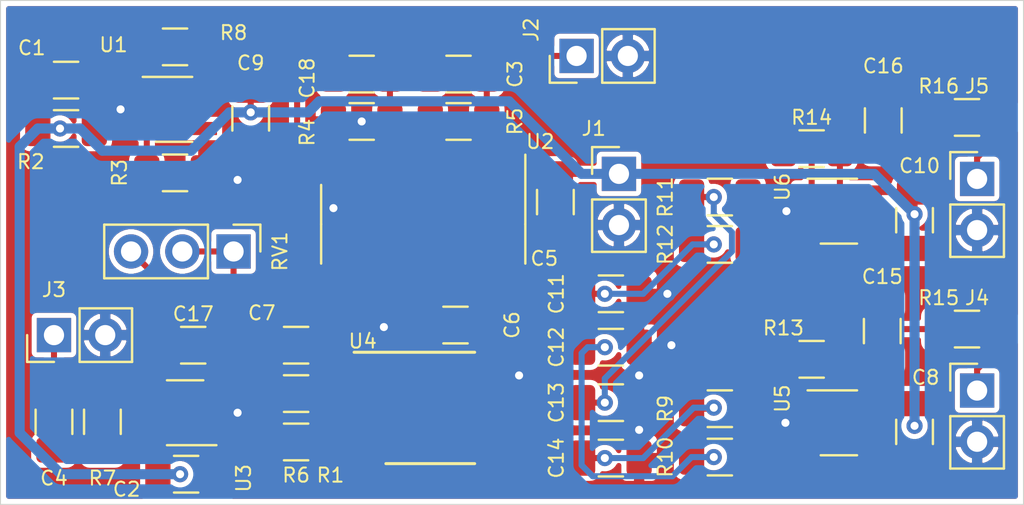
<source format=kicad_pcb>
(kicad_pcb (version 20171130) (host pcbnew 5.1.5+dfsg1-2build2)
  (layers (0 F.Cu signal) (31 B.Cu signal) (34 B.Paste user) (35 F.Paste user) (36 B.SilkS user) (37 F.SilkS user) (38 B.Mask user) (39 F.Mask user) (44 Edge.Cuts user))
  (net 0 "")
  (net 1 "Net-(C1-Pad2)")
  (net 2 GND)
  (net 3 +5V)
  (net 4 "Net-(C3-Pad2)")
  (net 5 "Net-(C3-Pad1)")
  (net 6 "Net-(C4-Pad2)")
  (net 7 "Net-(C4-Pad1)")
  (net 8 "Net-(C7-Pad2)")
  (net 9 "Net-(C11-Pad2)")
  (net 10 "Net-(C12-Pad2)")
  (net 11 "Net-(C13-Pad2)")
  (net 12 "Net-(C14-Pad2)")
  (net 13 "Net-(C15-Pad1)")
  (net 14 "Net-(C15-Pad2)")
  (net 15 "Net-(C16-Pad1)")
  (net 16 "Net-(C16-Pad2)")
  (net 17 /OUT_Q)
  (net 18 /OUT_I)
  (net 19 "Net-(R1-Pad1)")
  (net 20 Vref)
  (net 21 "Net-(R8-Pad2)")
  (net 22 "Net-(R9-Pad1)")
  (net 23 "Net-(R11-Pad1)")
  (net 24 "Net-(U2-Pad13)")
  (net 25 "Net-(U2-Pad14)")
  (net 26 "Net-(C17-Pad1)")
  (net 27 "Net-(C17-Pad2)")
  (net 28 "Net-(C18-Pad2)")
  (module Capacitor_SMD:C_1206_3216Metric (layer F.Cu) (at 45.55 32.95)
    (fp_text reference C1 (at -1.7 -1.6) (layer F.SilkS) (effects (font (size 0.7 0.7) (thickness 0.1))))
    (fp_text value 1u)
    (pad 2 smd roundrect (at 1.4 0) (size 1.25 1.75) (layers F.Cu F.Paste F.Mask) (roundrect_rratio 0.2) (net 1 "Net-(C1-Pad2)"))
    (pad 1 smd roundrect (at -1.4 0) (size 1.25 1.75) (layers F.Cu F.Paste F.Mask) (roundrect_rratio 0.2) (net 2 GND))
  )
  (module Capacitor_SMD:C_1206_3216Metric (layer F.Cu) (at 51.5 52.5 180)
    (fp_text reference C2 (at 2.95 -0.75 180) (layer F.SilkS) (effects (font (size 0.7 0.7) (thickness 0.1))))
    (fp_text value 1u)
    (pad 1 smd roundrect (at -1.4 0 180) (size 1.25 1.75) (layers F.Cu F.Paste F.Mask) (roundrect_rratio 0.2) (net 2 GND))
    (pad 2 smd roundrect (at 1.4 0 180) (size 1.25 1.75) (layers F.Cu F.Paste F.Mask) (roundrect_rratio 0.2) (net 3 +5V))
  )
  (module Capacitor_SMD:C_1206_3216Metric (layer F.Cu) (at 65 32.65 180)
    (fp_text reference C3 (at -2.8 0 90) (layer F.SilkS) (effects (font (size 0.7 0.7) (thickness 0.1))))
    (fp_text value 1u)
    (pad 2 smd roundrect (at 1.4 0 180) (size 1.25 1.75) (layers F.Cu F.Paste F.Mask) (roundrect_rratio 0.2) (net 4 "Net-(C3-Pad2)"))
    (pad 1 smd roundrect (at -1.4 0 180) (size 1.25 1.75) (layers F.Cu F.Paste F.Mask) (roundrect_rratio 0.2) (net 5 "Net-(C3-Pad1)"))
  )
  (module Capacitor_SMD:C_1206_3216Metric (layer F.Cu) (at 44.95 49.9 270)
    (fp_text reference C4 (at 2.8 0 180) (layer F.SilkS) (effects (font (size 0.7 0.7) (thickness 0.1))))
    (fp_text value 1u)
    (pad 2 smd roundrect (at 1.4 0 270) (size 1.25 1.75) (layers F.Cu F.Paste F.Mask) (roundrect_rratio 0.2) (net 6 "Net-(C4-Pad2)"))
    (pad 1 smd roundrect (at -1.4 0 270) (size 1.25 1.75) (layers F.Cu F.Paste F.Mask) (roundrect_rratio 0.2) (net 7 "Net-(C4-Pad1)"))
  )
  (module Capacitor_SMD:C_1206_3216Metric (layer F.Cu) (at 69.8 39 90)
    (fp_text reference C5 (at -2.8 -0.55 180) (layer F.SilkS) (effects (font (size 0.7 0.7) (thickness 0.1))))
    (fp_text value 1u)
    (pad 2 smd roundrect (at 1.4 0 90) (size 1.25 1.75) (layers F.Cu F.Paste F.Mask) (roundrect_rratio 0.2) (net 3 +5V))
    (pad 1 smd roundrect (at -1.4 0 90) (size 1.25 1.75) (layers F.Cu F.Paste F.Mask) (roundrect_rratio 0.2) (net 2 GND))
  )
  (module Capacitor_SMD:C_1206_3216Metric (layer F.Cu) (at 64.85 45.1)
    (fp_text reference C6 (at 2.8 0 270) (layer F.SilkS) (effects (font (size 0.7 0.7) (thickness 0.1))))
    (fp_text value 1u)
    (pad 1 smd roundrect (at -1.4 0) (size 1.25 1.75) (layers F.Cu F.Paste F.Mask) (roundrect_rratio 0.2) (net 2 GND))
    (pad 2 smd roundrect (at 1.4 0) (size 1.25 1.75) (layers F.Cu F.Paste F.Mask) (roundrect_rratio 0.2) (net 3 +5V))
  )
  (module Capacitor_SMD:C_1206_3216Metric (layer F.Cu) (at 56.95 46.1 180)
    (fp_text reference C7 (at 1.7 1.6) (layer F.SilkS) (effects (font (size 0.7 0.7) (thickness 0.1))))
    (fp_text value 1u)
    (pad 1 smd roundrect (at -1.4 0 180) (size 1.25 1.75) (layers F.Cu F.Paste F.Mask) (roundrect_rratio 0.2) (net 2 GND))
    (pad 2 smd roundrect (at 1.4 0 180) (size 1.25 1.75) (layers F.Cu F.Paste F.Mask) (roundrect_rratio 0.2) (net 8 "Net-(C7-Pad2)"))
  )
  (module Capacitor_SMD:C_1206_3216Metric (layer F.Cu) (at 87.6 50.4 90)
    (fp_text reference C8 (at 2.7 0.55 180) (layer F.SilkS) (effects (font (size 0.7 0.7) (thickness 0.1))))
    (fp_text value 1u)
    (pad 1 smd roundrect (at -1.4 0 90) (size 1.25 1.75) (layers F.Cu F.Paste F.Mask) (roundrect_rratio 0.2) (net 2 GND))
    (pad 2 smd roundrect (at 1.4 0 90) (size 1.25 1.75) (layers F.Cu F.Paste F.Mask) (roundrect_rratio 0.2) (net 3 +5V))
  )
  (module Capacitor_SMD:C_1206_3216Metric (layer F.Cu) (at 54.7 34.85 90)
    (fp_text reference C9 (at 2.75 0 180) (layer F.SilkS) (effects (font (size 0.7 0.7) (thickness 0.1))))
    (fp_text value 1u)
    (pad 2 smd roundrect (at 1.4 0 90) (size 1.25 1.75) (layers F.Cu F.Paste F.Mask) (roundrect_rratio 0.2) (net 3 +5V))
    (pad 1 smd roundrect (at -1.4 0 90) (size 1.25 1.75) (layers F.Cu F.Paste F.Mask) (roundrect_rratio 0.2) (net 2 GND))
  )
  (module Capacitor_SMD:C_1206_3216Metric (layer F.Cu) (at 87.6 39.9 90)
    (fp_text reference C10 (at 2.7 0.25 180) (layer F.SilkS) (effects (font (size 0.7 0.7) (thickness 0.1))))
    (fp_text value 1u)
    (pad 1 smd roundrect (at -1.4 0 90) (size 1.25 1.75) (layers F.Cu F.Paste F.Mask) (roundrect_rratio 0.2) (net 2 GND))
    (pad 2 smd roundrect (at 1.4 0 90) (size 1.25 1.75) (layers F.Cu F.Paste F.Mask) (roundrect_rratio 0.2) (net 3 +5V))
  )
  (module Capacitor_SMD:C_1206_3216Metric (layer F.Cu) (at 72.55 43.55 180)
    (fp_text reference C11 (at 2.7 0 90) (layer F.SilkS) (effects (font (size 0.7 0.7) (thickness 0.1))))
    (fp_text value 1u)
    (pad 1 smd roundrect (at -1.4 0 180) (size 1.25 1.75) (layers F.Cu F.Paste F.Mask) (roundrect_rratio 0.2) (net 2 GND))
    (pad 2 smd roundrect (at 1.4 0 180) (size 1.25 1.75) (layers F.Cu F.Paste F.Mask) (roundrect_rratio 0.2) (net 9 "Net-(C11-Pad2)"))
  )
  (module Capacitor_SMD:C_1206_3216Metric (layer F.Cu) (at 72.55 46.2 180)
    (fp_text reference C12 (at 2.7 0 90) (layer F.SilkS) (effects (font (size 0.7 0.7) (thickness 0.1))))
    (fp_text value 1u)
    (pad 2 smd roundrect (at 1.4 0 180) (size 1.25 1.75) (layers F.Cu F.Paste F.Mask) (roundrect_rratio 0.2) (net 10 "Net-(C12-Pad2)"))
    (pad 1 smd roundrect (at -1.4 0 180) (size 1.25 1.75) (layers F.Cu F.Paste F.Mask) (roundrect_rratio 0.2) (net 2 GND))
  )
  (module Capacitor_SMD:C_1206_3216Metric (layer F.Cu) (at 72.55 48.95 180)
    (fp_text reference C13 (at 2.7 0 90) (layer F.SilkS) (effects (font (size 0.7 0.7) (thickness 0.1))))
    (fp_text value 1u)
    (pad 2 smd roundrect (at 1.4 0 180) (size 1.25 1.75) (layers F.Cu F.Paste F.Mask) (roundrect_rratio 0.2) (net 11 "Net-(C13-Pad2)"))
    (pad 1 smd roundrect (at -1.4 0 180) (size 1.25 1.75) (layers F.Cu F.Paste F.Mask) (roundrect_rratio 0.2) (net 2 GND))
  )
  (module Capacitor_SMD:C_1206_3216Metric (layer F.Cu) (at 72.55 51.7 180)
    (fp_text reference C14 (at 2.7 0 90) (layer F.SilkS) (effects (font (size 0.7 0.7) (thickness 0.1))))
    (fp_text value 1u)
    (pad 2 smd roundrect (at 1.4 0 180) (size 1.25 1.75) (layers F.Cu F.Paste F.Mask) (roundrect_rratio 0.2) (net 12 "Net-(C14-Pad2)"))
    (pad 1 smd roundrect (at -1.4 0 180) (size 1.25 1.75) (layers F.Cu F.Paste F.Mask) (roundrect_rratio 0.2) (net 2 GND))
  )
  (module Capacitor_SMD:C_1206_3216Metric (layer F.Cu) (at 86 45.4 270)
    (fp_text reference C15 (at -2.7 0 180) (layer F.SilkS) (effects (font (size 0.7 0.7) (thickness 0.1))))
    (fp_text value 1u)
    (pad 1 smd roundrect (at -1.4 0 270) (size 1.25 1.75) (layers F.Cu F.Paste F.Mask) (roundrect_rratio 0.2) (net 13 "Net-(C15-Pad1)"))
    (pad 2 smd roundrect (at 1.4 0 270) (size 1.25 1.75) (layers F.Cu F.Paste F.Mask) (roundrect_rratio 0.2) (net 14 "Net-(C15-Pad2)"))
  )
  (module Capacitor_SMD:C_1206_3216Metric (layer F.Cu) (at 86.05 34.95 270)
    (fp_text reference C16 (at -2.7 0 180) (layer F.SilkS) (effects (font (size 0.7 0.7) (thickness 0.1))))
    (fp_text value 1u)
    (pad 1 smd roundrect (at -1.4 0 270) (size 1.25 1.75) (layers F.Cu F.Paste F.Mask) (roundrect_rratio 0.2) (net 15 "Net-(C16-Pad1)"))
    (pad 2 smd roundrect (at 1.4 0 270) (size 1.25 1.75) (layers F.Cu F.Paste F.Mask) (roundrect_rratio 0.2) (net 16 "Net-(C16-Pad2)"))
  )
  (module Connector_PinHeader_2.54mm:PinHeader_1x02_P2.54mm_Vertical (layer F.Cu) (at 72.95 37.6)
    (fp_text reference J1 (at -1.25 -2.25) (layer F.SilkS) (effects (font (size 0.7 0.7) (thickness 0.1))))
    (fp_text value Conn_01x02)
    (pad 1 thru_hole rect (at 0 0) (size 1.7 1.7) (drill 1) (layers *.Cu *.Mask) (net 3 +5V))
    (pad 2 thru_hole oval (at 0 2.54) (size 1.7 1.7) (drill 1) (layers *.Cu *.Mask) (net 2 GND))
  )
  (module Connector_PinHeader_2.54mm:PinHeader_1x02_P2.54mm_Vertical (layer F.Cu) (at 70.85 31.75 90)
    (fp_text reference J2 (at 1.3 -2.25 90) (layer F.SilkS) (effects (font (size 0.7 0.7) (thickness 0.1))))
    (fp_text value Conn_01x02)
    (pad 2 thru_hole oval (at 0 2.54 90) (size 1.7 1.7) (drill 1) (layers *.Cu *.Mask) (net 2 GND))
    (pad 1 thru_hole rect (at 0 0 90) (size 1.7 1.7) (drill 1) (layers *.Cu *.Mask) (net 4 "Net-(C3-Pad2)"))
  )
  (module Connector_PinHeader_2.54mm:PinHeader_1x02_P2.54mm_Vertical (layer F.Cu) (at 44.95 45.6 90)
    (fp_text reference J3 (at 2.25 0 180) (layer F.SilkS) (effects (font (size 0.7 0.7) (thickness 0.1))))
    (fp_text value Conn_01x02)
    (pad 1 thru_hole rect (at 0 0 90) (size 1.7 1.7) (drill 1) (layers *.Cu *.Mask) (net 7 "Net-(C4-Pad1)"))
    (pad 2 thru_hole oval (at 0 2.54 90) (size 1.7 1.7) (drill 1) (layers *.Cu *.Mask) (net 2 GND))
  )
  (module Connector_PinHeader_2.54mm:PinHeader_1x02_P2.54mm_Vertical (layer F.Cu) (at 90.7 48.35)
    (fp_text reference J4 (at 0 -4.6) (layer F.SilkS) (effects (font (size 0.7 0.7) (thickness 0.1))))
    (fp_text value Conn_01x02)
    (pad 2 thru_hole oval (at 0 2.54) (size 1.7 1.7) (drill 1) (layers *.Cu *.Mask) (net 2 GND))
    (pad 1 thru_hole rect (at 0 0) (size 1.7 1.7) (drill 1) (layers *.Cu *.Mask) (net 17 /OUT_Q))
  )
  (module Connector_PinHeader_2.54mm:PinHeader_1x02_P2.54mm_Vertical (layer F.Cu) (at 90.7 37.85)
    (fp_text reference J5 (at 0 -4.6) (layer F.SilkS) (effects (font (size 0.7 0.7) (thickness 0.1))))
    (fp_text value Conn_01x02)
    (pad 1 thru_hole rect (at 0 0) (size 1.7 1.7) (drill 1) (layers *.Cu *.Mask) (net 18 /OUT_I))
    (pad 2 thru_hole oval (at 0 2.54) (size 1.7 1.7) (drill 1) (layers *.Cu *.Mask) (net 2 GND))
  )
  (module Resistor_SMD:R_1206_3216Metric (layer F.Cu) (at 56.95 50.9 180)
    (fp_text reference R1 (at -1.7 -1.65) (layer F.SilkS) (effects (font (size 0.7 0.7) (thickness 0.1))))
    (fp_text value 1k)
    (pad 2 smd roundrect (at 1.4 0 180) (size 1.25 1.75) (layers F.Cu F.Paste F.Mask) (roundrect_rratio 0.2) (net 27 "Net-(C17-Pad2)"))
    (pad 1 smd roundrect (at -1.4 0 180) (size 1.25 1.75) (layers F.Cu F.Paste F.Mask) (roundrect_rratio 0.2) (net 19 "Net-(R1-Pad1)"))
  )
  (module Resistor_SMD:R_1206_3216Metric (layer F.Cu) (at 45.55 35.35 180)
    (fp_text reference R2 (at 1.75 -1.65) (layer F.SilkS) (effects (font (size 0.7 0.7) (thickness 0.1))))
    (fp_text value 10k)
    (pad 1 smd roundrect (at -1.4 0 180) (size 1.25 1.75) (layers F.Cu F.Paste F.Mask) (roundrect_rratio 0.2) (net 1 "Net-(C1-Pad2)"))
    (pad 2 smd roundrect (at 1.4 0 180) (size 1.25 1.75) (layers F.Cu F.Paste F.Mask) (roundrect_rratio 0.2) (net 3 +5V))
  )
  (module Resistor_SMD:R_1206_3216Metric (layer F.Cu) (at 50.95 37.55 180)
    (fp_text reference R3 (at 2.75 0 90) (layer F.SilkS) (effects (font (size 0.7 0.7) (thickness 0.1))))
    (fp_text value 10k)
    (pad 2 smd roundrect (at 1.4 0 180) (size 1.25 1.75) (layers F.Cu F.Paste F.Mask) (roundrect_rratio 0.2) (net 1 "Net-(C1-Pad2)"))
    (pad 1 smd roundrect (at -1.4 0 180) (size 1.25 1.75) (layers F.Cu F.Paste F.Mask) (roundrect_rratio 0.2) (net 2 GND))
  )
  (module Resistor_SMD:R_1206_3216Metric (layer F.Cu) (at 60.2 32.65 180)
    (fp_text reference R4 (at 2.7 -2.9 90) (layer F.SilkS) (effects (font (size 0.7 0.7) (thickness 0.1))))
    (fp_text value 100)
    (pad 2 smd roundrect (at 1.4 0 180) (size 1.25 1.75) (layers F.Cu F.Paste F.Mask) (roundrect_rratio 0.2) (net 20 Vref))
    (pad 1 smd roundrect (at -1.4 0 180) (size 1.25 1.75) (layers F.Cu F.Paste F.Mask) (roundrect_rratio 0.2) (net 28 "Net-(C18-Pad2)"))
  )
  (module Resistor_SMD:R_1206_3216Metric (layer F.Cu) (at 65 35 180)
    (fp_text reference R5 (at -2.8 0 90) (layer F.SilkS) (effects (font (size 0.7 0.7) (thickness 0.1))))
    (fp_text value 10k)
    (pad 1 smd roundrect (at -1.4 0 180) (size 1.25 1.75) (layers F.Cu F.Paste F.Mask) (roundrect_rratio 0.2) (net 5 "Net-(C3-Pad1)"))
    (pad 2 smd roundrect (at 1.4 0 180) (size 1.25 1.75) (layers F.Cu F.Paste F.Mask) (roundrect_rratio 0.2) (net 28 "Net-(C18-Pad2)"))
  )
  (module Resistor_SMD:R_1206_3216Metric (layer F.Cu) (at 56.95 48.5)
    (fp_text reference R6 (at 0 4.05 180) (layer F.SilkS) (effects (font (size 0.7 0.7) (thickness 0.1))))
    (fp_text value 100)
    (pad 2 smd roundrect (at 1.4 0) (size 1.25 1.75) (layers F.Cu F.Paste F.Mask) (roundrect_rratio 0.2) (net 20 Vref))
    (pad 1 smd roundrect (at -1.4 0) (size 1.25 1.75) (layers F.Cu F.Paste F.Mask) (roundrect_rratio 0.2) (net 8 "Net-(C7-Pad2)"))
  )
  (module Resistor_SMD:R_1206_3216Metric (layer F.Cu) (at 47.35 49.9 270)
    (fp_text reference R7 (at 2.8 0 180) (layer F.SilkS) (effects (font (size 0.7 0.7) (thickness 0.1))))
    (fp_text value 1k)
    (pad 1 smd roundrect (at -1.4 0 270) (size 1.25 1.75) (layers F.Cu F.Paste F.Mask) (roundrect_rratio 0.2) (net 26 "Net-(C17-Pad1)"))
    (pad 2 smd roundrect (at 1.4 0 270) (size 1.25 1.75) (layers F.Cu F.Paste F.Mask) (roundrect_rratio 0.2) (net 6 "Net-(C4-Pad2)"))
  )
  (module Resistor_SMD:R_1206_3216Metric (layer F.Cu) (at 50.95 31.3 180)
    (fp_text reference R8 (at -2.9 0.7) (layer F.SilkS) (effects (font (size 0.7 0.7) (thickness 0.1))))
    (fp_text value 100)
    (pad 1 smd roundrect (at -1.4 0 180) (size 1.25 1.75) (layers F.Cu F.Paste F.Mask) (roundrect_rratio 0.2) (net 20 Vref))
    (pad 2 smd roundrect (at 1.4 0 180) (size 1.25 1.75) (layers F.Cu F.Paste F.Mask) (roundrect_rratio 0.2) (net 21 "Net-(R8-Pad2)"))
  )
  (module Resistor_SMD:R_1206_3216Metric (layer F.Cu) (at 77.95 49.25 180)
    (fp_text reference R9 (at 2.7 0 90) (layer F.SilkS) (effects (font (size 0.7 0.7) (thickness 0.1))))
    (fp_text value 10k)
    (pad 1 smd roundrect (at -1.4 0 180) (size 1.25 1.75) (layers F.Cu F.Paste F.Mask) (roundrect_rratio 0.2) (net 22 "Net-(R9-Pad1)"))
    (pad 2 smd roundrect (at 1.4 0 180) (size 1.25 1.75) (layers F.Cu F.Paste F.Mask) (roundrect_rratio 0.2) (net 12 "Net-(C14-Pad2)"))
  )
  (module Resistor_SMD:R_1206_3216Metric (layer F.Cu) (at 77.95 51.65)
    (fp_text reference R10 (at -2.7 0 90) (layer F.SilkS) (effects (font (size 0.7 0.7) (thickness 0.1))))
    (fp_text value 10k)
    (pad 2 smd roundrect (at 1.4 0) (size 1.25 1.75) (layers F.Cu F.Paste F.Mask) (roundrect_rratio 0.2) (net 14 "Net-(C15-Pad2)"))
    (pad 1 smd roundrect (at -1.4 0) (size 1.25 1.75) (layers F.Cu F.Paste F.Mask) (roundrect_rratio 0.2) (net 10 "Net-(C12-Pad2)"))
  )
  (module Resistor_SMD:R_1206_3216Metric (layer F.Cu) (at 77.95 38.75 180)
    (fp_text reference R11 (at 2.7 0 90) (layer F.SilkS) (effects (font (size 0.7 0.7) (thickness 0.1))))
    (fp_text value 10k)
    (pad 2 smd roundrect (at 1.4 0 180) (size 1.25 1.75) (layers F.Cu F.Paste F.Mask) (roundrect_rratio 0.2) (net 11 "Net-(C13-Pad2)"))
    (pad 1 smd roundrect (at -1.4 0 180) (size 1.25 1.75) (layers F.Cu F.Paste F.Mask) (roundrect_rratio 0.2) (net 23 "Net-(R11-Pad1)"))
  )
  (module Resistor_SMD:R_1206_3216Metric (layer F.Cu) (at 77.95 41.1)
    (fp_text reference R12 (at -2.7 0 90) (layer F.SilkS) (effects (font (size 0.7 0.7) (thickness 0.1))))
    (fp_text value 10k)
    (pad 1 smd roundrect (at -1.4 0) (size 1.25 1.75) (layers F.Cu F.Paste F.Mask) (roundrect_rratio 0.2) (net 9 "Net-(C11-Pad2)"))
    (pad 2 smd roundrect (at 1.4 0) (size 1.25 1.75) (layers F.Cu F.Paste F.Mask) (roundrect_rratio 0.2) (net 16 "Net-(C16-Pad2)"))
  )
  (module Resistor_SMD:R_1206_3216Metric (layer F.Cu) (at 82.5 46.8 180)
    (fp_text reference R13 (at 1.4 1.55) (layer F.SilkS) (effects (font (size 0.7 0.7) (thickness 0.1))))
    (fp_text value 10k)
    (pad 1 smd roundrect (at -1.4 0 180) (size 1.25 1.75) (layers F.Cu F.Paste F.Mask) (roundrect_rratio 0.2) (net 14 "Net-(C15-Pad2)"))
    (pad 2 smd roundrect (at 1.4 0 180) (size 1.25 1.75) (layers F.Cu F.Paste F.Mask) (roundrect_rratio 0.2) (net 13 "Net-(C15-Pad1)"))
  )
  (module Resistor_SMD:R_1206_3216Metric (layer F.Cu) (at 82.5 36.35 180)
    (fp_text reference R14 (at 0 1.55) (layer F.SilkS) (effects (font (size 0.7 0.7) (thickness 0.1))))
    (fp_text value 10k)
    (pad 1 smd roundrect (at -1.4 0 180) (size 1.25 1.75) (layers F.Cu F.Paste F.Mask) (roundrect_rratio 0.2) (net 16 "Net-(C16-Pad2)"))
    (pad 2 smd roundrect (at 1.4 0 180) (size 1.25 1.75) (layers F.Cu F.Paste F.Mask) (roundrect_rratio 0.2) (net 15 "Net-(C16-Pad1)"))
  )
  (module Resistor_SMD:R_1206_3216Metric (layer F.Cu) (at 90.2 45.3 180)
    (fp_text reference R15 (at 1.4 1.55) (layer F.SilkS) (effects (font (size 0.7 0.7) (thickness 0.1))))
    (fp_text value 1k)
    (pad 2 smd roundrect (at 1.4 0 180) (size 1.25 1.75) (layers F.Cu F.Paste F.Mask) (roundrect_rratio 0.2) (net 13 "Net-(C15-Pad1)"))
    (pad 1 smd roundrect (at -1.4 0 180) (size 1.25 1.75) (layers F.Cu F.Paste F.Mask) (roundrect_rratio 0.2) (net 17 /OUT_Q))
  )
  (module Resistor_SMD:R_1206_3216Metric (layer F.Cu) (at 90.2 34.8 180)
    (fp_text reference R16 (at 1.4 1.55) (layer F.SilkS) (effects (font (size 0.7 0.7) (thickness 0.1))))
    (fp_text value 1k)
    (pad 2 smd roundrect (at 1.4 0 180) (size 1.25 1.75) (layers F.Cu F.Paste F.Mask) (roundrect_rratio 0.2) (net 15 "Net-(C16-Pad1)"))
    (pad 1 smd roundrect (at -1.4 0 180) (size 1.25 1.75) (layers F.Cu F.Paste F.Mask) (roundrect_rratio 0.2) (net 18 /OUT_I))
  )
  (module Connector_PinHeader_2.54mm:PinHeader_1x03_P2.54mm_Vertical (layer F.Cu) (at 53.85 41.45 270)
    (fp_text reference RV1 (at 0 -2.3 90) (layer F.SilkS) (effects (font (size 0.7 0.7) (thickness 0.1))))
    (fp_text value 100k)
    (pad 1 thru_hole rect (at 0 0 270) (size 1.7 1.7) (drill 1) (layers *.Cu *.Mask) (net 27 "Net-(C17-Pad2)"))
    (pad 2 thru_hole oval (at 0 2.54 270) (size 1.7 1.7) (drill 1) (layers *.Cu *.Mask) (net 27 "Net-(C17-Pad2)"))
    (pad 3 thru_hole oval (at 0 5.08 270) (size 1.7 1.7) (drill 1) (layers *.Cu *.Mask) (net 26 "Net-(C17-Pad1)"))
  )
  (module Package_TO_SOT_SMD:SOT-23-5_HandSoldering (layer F.Cu) (at 50.9 34.4)
    (fp_text reference U1 (at -3 -3.2) (layer F.SilkS) (effects (font (size 0.7 0.7) (thickness 0.1))))
    (fp_text value MCP6476UT-E_OT)
    (pad 5 smd rect (at 1.35 -0.95) (size 1.56 0.65) (layers F.Cu F.Paste F.Mask) (net 3 +5V))
    (pad 4 smd rect (at 1.35 0.95) (size 1.56 0.65) (layers F.Cu F.Paste F.Mask) (net 21 "Net-(R8-Pad2)"))
    (pad 3 smd rect (at -1.35 0.95) (size 1.56 0.65) (layers F.Cu F.Paste F.Mask) (net 1 "Net-(C1-Pad2)"))
    (pad 2 smd rect (at -1.35 0) (size 1.56 0.65) (layers F.Cu F.Paste F.Mask) (net 2 GND))
    (pad 1 smd rect (at -1.35 -0.95) (size 1.56 0.65) (layers F.Cu F.Paste F.Mask) (net 21 "Net-(R8-Pad2)"))
  )
  (module Package_SO:SOIC-16_3.9x9.9mm_P1.27mm (layer F.Cu) (at 63.25 40.1 270)
    (fp_text reference U2 (at -4.1 -5.8 180) (layer F.SilkS) (effects (font (size 0.7 0.7) (thickness 0.1))))
    (fp_text value 74LS163)
    (pad 1 smd roundrect (at -2.475 -4.445 270) (size 1.95 0.6) (layers F.Cu F.Paste F.Mask) (net 3 +5V))
    (pad 2 smd roundrect (at -2.475 -3.175 270) (size 1.95 0.6) (layers F.Cu F.Paste F.Mask) (net 5 "Net-(C3-Pad1)"))
    (pad 3 smd roundrect (at -2.475 -1.905 270) (size 1.95 0.6) (layers F.Cu F.Paste F.Mask) (net 3 +5V))
    (pad 4 smd roundrect (at -2.475 -0.635 270) (size 1.95 0.6) (layers F.Cu F.Paste F.Mask) (net 3 +5V))
    (pad 5 smd roundrect (at -2.475 0.635 270) (size 1.95 0.6) (layers F.Cu F.Paste F.Mask) (net 3 +5V))
    (pad 6 smd roundrect (at -2.475 1.905 270) (size 1.95 0.6) (layers F.Cu F.Paste F.Mask) (net 3 +5V))
    (pad 7 smd roundrect (at -2.475 3.175 270) (size 1.95 0.6) (layers F.Cu F.Paste F.Mask) (net 3 +5V))
    (pad 8 smd roundrect (at -2.475 4.445 270) (size 1.95 0.6) (layers F.Cu F.Paste F.Mask) (net 2 GND))
    (pad 9 smd roundrect (at 2.475 4.445 270) (size 1.95 0.6) (layers F.Cu F.Paste F.Mask) (net 3 +5V))
    (pad 10 smd roundrect (at 2.475 3.175 270) (size 1.95 0.6) (layers F.Cu F.Paste F.Mask) (net 3 +5V))
    (pad 11 smd roundrect (at 2.475 1.905 270) (size 1.95 0.6) (layers F.Cu F.Paste F.Mask))
    (pad 12 smd roundrect (at 2.475 0.635 270) (size 1.95 0.6) (layers F.Cu F.Paste F.Mask))
    (pad 13 smd roundrect (at 2.475 -0.635 270) (size 1.95 0.6) (layers F.Cu F.Paste F.Mask) (net 24 "Net-(U2-Pad13)"))
    (pad 14 smd roundrect (at 2.475 -1.905 270) (size 1.95 0.6) (layers F.Cu F.Paste F.Mask) (net 25 "Net-(U2-Pad14)"))
    (pad 15 smd roundrect (at 2.475 -3.175 270) (size 1.95 0.6) (layers F.Cu F.Paste F.Mask))
    (pad 16 smd roundrect (at 2.475 -4.445 270) (size 1.95 0.6) (layers F.Cu F.Paste F.Mask) (net 3 +5V))
  )
  (module Package_TO_SOT_SMD:SOT-23-5_HandSoldering (layer F.Cu) (at 51.45 49.45 180)
    (fp_text reference U3 (at -2.9 -3.25 90) (layer F.SilkS) (effects (font (size 0.7 0.7) (thickness 0.1))))
    (fp_text value MCP6476UT-E_OT)
    (pad 1 smd rect (at -1.35 -0.95 180) (size 1.56 0.65) (layers F.Cu F.Paste F.Mask) (net 27 "Net-(C17-Pad2)"))
    (pad 2 smd rect (at -1.35 0 180) (size 1.56 0.65) (layers F.Cu F.Paste F.Mask) (net 2 GND))
    (pad 3 smd rect (at -1.35 0.95 180) (size 1.56 0.65) (layers F.Cu F.Paste F.Mask) (net 8 "Net-(C7-Pad2)"))
    (pad 4 smd rect (at 1.35 0.95 180) (size 1.56 0.65) (layers F.Cu F.Paste F.Mask) (net 26 "Net-(C17-Pad1)"))
    (pad 5 smd rect (at 1.35 -0.95 180) (size 1.56 0.65) (layers F.Cu F.Paste F.Mask) (net 3 +5V))
  )
  (module Package_SO:TSSOP-16_4.4x5mm_P0.65mm (layer F.Cu) (at 63.6 49.25)
    (fp_text reference U4 (at -3.35 -3.35) (layer F.SilkS) (effects (font (size 0.7 0.7) (thickness 0.1))))
    (fp_text value SN74CBT3253)
    (pad 1 smd rect (at -2.95 -2.275) (size 1.5 0.45) (layers F.Cu F.Paste F.Mask) (net 2 GND))
    (pad 2 smd rect (at -2.95 -1.625) (size 1.5 0.45) (layers F.Cu F.Paste F.Mask) (net 24 "Net-(U2-Pad13)"))
    (pad 3 smd rect (at -2.95 -0.975) (size 1.5 0.45) (layers F.Cu F.Paste F.Mask) (net 9 "Net-(C11-Pad2)"))
    (pad 4 smd rect (at -2.95 -0.325) (size 1.5 0.45) (layers F.Cu F.Paste F.Mask) (net 10 "Net-(C12-Pad2)"))
    (pad 5 smd rect (at -2.95 0.325) (size 1.5 0.45) (layers F.Cu F.Paste F.Mask) (net 11 "Net-(C13-Pad2)"))
    (pad 6 smd rect (at -2.95 0.975) (size 1.5 0.45) (layers F.Cu F.Paste F.Mask) (net 12 "Net-(C14-Pad2)"))
    (pad 7 smd rect (at -2.95 1.625) (size 1.5 0.45) (layers F.Cu F.Paste F.Mask) (net 19 "Net-(R1-Pad1)"))
    (pad 8 smd rect (at -2.95 2.275) (size 1.5 0.45) (layers F.Cu F.Paste F.Mask) (net 2 GND))
    (pad 9 smd rect (at 2.95 2.275) (size 1.5 0.45) (layers F.Cu F.Paste F.Mask) (net 19 "Net-(R1-Pad1)"))
    (pad 10 smd rect (at 2.95 1.625) (size 1.5 0.45) (layers F.Cu F.Paste F.Mask) (net 12 "Net-(C14-Pad2)"))
    (pad 11 smd rect (at 2.95 0.975) (size 1.5 0.45) (layers F.Cu F.Paste F.Mask) (net 11 "Net-(C13-Pad2)"))
    (pad 12 smd rect (at 2.95 0.325) (size 1.5 0.45) (layers F.Cu F.Paste F.Mask) (net 10 "Net-(C12-Pad2)"))
    (pad 13 smd rect (at 2.95 -0.325) (size 1.5 0.45) (layers F.Cu F.Paste F.Mask) (net 9 "Net-(C11-Pad2)"))
    (pad 14 smd rect (at 2.95 -0.975) (size 1.5 0.45) (layers F.Cu F.Paste F.Mask) (net 25 "Net-(U2-Pad14)"))
    (pad 15 smd rect (at 2.95 -1.625) (size 1.5 0.45) (layers F.Cu F.Paste F.Mask) (net 2 GND))
    (pad 16 smd rect (at 2.95 -2.275) (size 1.5 0.45) (layers F.Cu F.Paste F.Mask) (net 3 +5V))
  )
  (module Package_TO_SOT_SMD:SOT-23-5_HandSoldering (layer F.Cu) (at 83.85 49.95)
    (fp_text reference U5 (at -2.8 -1.2 90) (layer F.SilkS) (effects (font (size 0.7 0.7) (thickness 0.1))))
    (fp_text value MCP6476UT-E_OT)
    (pad 5 smd rect (at 1.35 -0.95) (size 1.56 0.65) (layers F.Cu F.Paste F.Mask) (net 3 +5V))
    (pad 4 smd rect (at 1.35 0.95) (size 1.56 0.65) (layers F.Cu F.Paste F.Mask) (net 14 "Net-(C15-Pad2)"))
    (pad 3 smd rect (at -1.35 0.95) (size 1.56 0.65) (layers F.Cu F.Paste F.Mask) (net 22 "Net-(R9-Pad1)"))
    (pad 2 smd rect (at -1.35 0) (size 1.56 0.65) (layers F.Cu F.Paste F.Mask) (net 2 GND))
    (pad 1 smd rect (at -1.35 -0.95) (size 1.56 0.65) (layers F.Cu F.Paste F.Mask) (net 13 "Net-(C15-Pad1)"))
  )
  (module Package_TO_SOT_SMD:SOT-23-5_HandSoldering (layer F.Cu) (at 83.85 39.45)
    (fp_text reference U6 (at -2.8 -1.2 90) (layer F.SilkS) (effects (font (size 0.7 0.7) (thickness 0.1))))
    (fp_text value MCP6476UT-E_OT)
    (pad 1 smd rect (at -1.35 -0.95) (size 1.56 0.65) (layers F.Cu F.Paste F.Mask) (net 15 "Net-(C16-Pad1)"))
    (pad 2 smd rect (at -1.35 0) (size 1.56 0.65) (layers F.Cu F.Paste F.Mask) (net 2 GND))
    (pad 3 smd rect (at -1.35 0.95) (size 1.56 0.65) (layers F.Cu F.Paste F.Mask) (net 23 "Net-(R11-Pad1)"))
    (pad 4 smd rect (at 1.35 0.95) (size 1.56 0.65) (layers F.Cu F.Paste F.Mask) (net 16 "Net-(C16-Pad2)"))
    (pad 5 smd rect (at 1.35 -0.95) (size 1.56 0.65) (layers F.Cu F.Paste F.Mask) (net 3 +5V))
  )
  (module Capacitor_SMD:C_1206_3216Metric (layer F.Cu) (at 51.85 46.1)
    (fp_text reference C17 (at 0 -1.55) (layer F.SilkS) (effects (font (size 0.7 0.7) (thickness 0.1))))
    (fp_text value 1u)
    (pad 1 smd roundrect (at -1.4 0) (size 1.25 1.75) (layers F.Cu F.Paste F.Mask) (roundrect_rratio 0.2) (net 26 "Net-(C17-Pad1)"))
    (pad 2 smd roundrect (at 1.4 0) (size 1.25 1.75) (layers F.Cu F.Paste F.Mask) (roundrect_rratio 0.2) (net 27 "Net-(C17-Pad2)"))
  )
  (module Capacitor_SMD:C_1206_3216Metric (layer F.Cu) (at 60.2 35)
    (fp_text reference C18 (at -2.7 -2.15 90) (layer F.SilkS) (effects (font (size 0.7 0.7) (thickness 0.1))))
    (fp_text value 1u)
    (pad 1 smd roundrect (at -1.4 0) (size 1.25 1.75) (layers F.Cu F.Paste F.Mask) (roundrect_rratio 0.2) (net 2 GND))
    (pad 2 smd roundrect (at 1.4 0) (size 1.25 1.75) (layers F.Cu F.Paste F.Mask) (roundrect_rratio 0.2) (net 28 "Net-(C18-Pad2)"))
  )
  (gr_line (start 93 29) (end 42.3 29) (layer Edge.Cuts) (width 0.05))
  (gr_line (start 93 54) (end 93 29) (layer Edge.Cuts) (width 0.05))
  (gr_line (start 42.3 54) (end 93 54) (layer Edge.Cuts) (width 0.05))
  (gr_line (start 42.3 29) (end 42.3 54) (layer Edge.Cuts) (width 0.05))
  (segment (start 49.55 37.55) (end 49.55 35.35) (width 0.3) (layer F.Cu) (net 1))
  (segment (start 49.55 35.35) (end 46.95 35.35) (width 0.3) (layer F.Cu) (net 1))
  (segment (start 46.95 32.95) (end 46.95 35.35) (width 0.3) (layer F.Cu) (net 1))
  (via (at 54.05 49.45) (size 0.8) (drill 0.4) (layers F.Cu B.Cu) (net 2))
  (segment (start 52.8 49.45) (end 54.05 49.45) (width 0.3) (layer F.Cu) (net 2))
  (via (at 68 47.6) (size 0.8) (drill 0.4) (layers F.Cu B.Cu) (net 2))
  (segment (start 67.975 47.625) (end 68 47.6) (width 0.3) (layer F.Cu) (net 2))
  (segment (start 66.55 47.625) (end 67.975 47.625) (width 0.3) (layer F.Cu) (net 2))
  (via (at 48.25 34.4) (size 0.8) (drill 0.4) (layers F.Cu B.Cu) (net 2))
  (segment (start 49.55 34.4) (end 48.25 34.4) (width 0.3) (layer F.Cu) (net 2))
  (via (at 81.2 49.95) (size 0.8) (drill 0.4) (layers F.Cu B.Cu) (net 2))
  (segment (start 82.5 49.95) (end 81.2 49.95) (width 0.3) (layer F.Cu) (net 2))
  (via (at 81.25 39.45) (size 0.8) (drill 0.4) (layers F.Cu B.Cu) (net 2))
  (segment (start 82.5 39.45) (end 81.25 39.45) (width 0.3) (layer F.Cu) (net 2))
  (via (at 75.55 46.1) (size 0.8) (drill 0.4) (layers F.Cu B.Cu) (net 2))
  (via (at 75.35 43.55) (size 0.8) (drill 0.4) (layers F.Cu B.Cu) (net 2))
  (via (at 73.95 47.6) (size 0.8) (drill 0.4) (layers F.Cu B.Cu) (net 2))
  (via (at 73.95 50.3) (size 0.8) (drill 0.4) (layers F.Cu B.Cu) (net 2))
  (via (at 60.2 35) (size 0.8) (drill 0.4) (layers F.Cu B.Cu) (net 2))
  (via (at 58.8 39.3) (size 0.8) (drill 0.4) (layers F.Cu B.Cu) (net 2))
  (via (at 61.3 45.2) (size 0.8) (drill 0.4) (layers F.Cu B.Cu) (net 2))
  (via (at 54.05 37.9) (size 0.8) (drill 0.4) (layers F.Cu B.Cu) (net 2))
  (segment (start 50.1 50.4) (end 50.1 52.5) (width 0.3) (layer F.Cu) (net 3))
  (segment (start 60.075 37.625) (end 65.155 37.625) (width 0.3) (layer F.Cu) (net 3))
  (segment (start 52.25 33.45) (end 54.7 33.45) (width 0.3) (layer F.Cu) (net 3))
  (segment (start 58.805 42.575) (end 60.075 42.575) (width 0.3) (layer F.Cu) (net 3))
  (segment (start 65.155 37.625) (end 65.155 39.005) (width 0.3) (layer F.Cu) (net 3))
  (segment (start 65.5 39.35) (end 67.7 39.35) (width 0.3) (layer F.Cu) (net 3))
  (segment (start 65.155 39.005) (end 65.5 39.35) (width 0.3) (layer F.Cu) (net 3))
  (segment (start 67.7 39.35) (end 67.695 37.625) (width 0.3) (layer F.Cu) (net 3))
  (segment (start 67.695 42.575) (end 67.7 39.35) (width 0.3) (layer F.Cu) (net 3))
  (segment (start 69.775 37.625) (end 69.8 37.6) (width 0.3) (layer F.Cu) (net 3))
  (segment (start 67.695 37.625) (end 69.775 37.625) (width 0.3) (layer F.Cu) (net 3))
  (segment (start 60.075 42.575) (end 60.075 37.625) (width 0.3) (layer F.Cu) (net 3))
  (segment (start 67.695 42.575) (end 67.695 44.805) (width 0.3) (layer F.Cu) (net 3))
  (segment (start 67.4 45.1) (end 66.25 45.1) (width 0.3) (layer F.Cu) (net 3))
  (segment (start 67.695 44.805) (end 67.4 45.1) (width 0.3) (layer F.Cu) (net 3))
  (segment (start 66.55 46.975) (end 66.55 46.6) (width 0.3) (layer F.Cu) (net 3))
  (segment (start 66.25 46.3) (end 66.25 45.1) (width 0.3) (layer F.Cu) (net 3))
  (segment (start 66.55 46.6) (end 66.25 46.3) (width 0.3) (layer F.Cu) (net 3))
  (segment (start 87.6 49) (end 85.2 49) (width 0.3) (layer F.Cu) (net 3))
  (segment (start 87.6 38.5) (end 85.2 38.5) (width 0.3) (layer F.Cu) (net 3))
  (segment (start 69.8 37.6) (end 72.95 37.6) (width 0.3) (layer F.Cu) (net 3))
  (via (at 51.2 52.5) (size 0.8) (drill 0.4) (layers F.Cu B.Cu) (net 3))
  (segment (start 50.1 52.5) (end 51.2 52.5) (width 0.3) (layer F.Cu) (net 3))
  (via (at 45.25 35.35) (size 0.8) (drill 0.4) (layers F.Cu B.Cu) (net 3))
  (segment (start 44.15 35.35) (end 45.25 35.35) (width 0.3) (layer F.Cu) (net 3))
  (via (at 54.7 34.55) (size 0.8) (drill 0.4) (layers F.Cu B.Cu) (net 3))
  (segment (start 54.7 33.45) (end 54.7 34.55) (width 0.3) (layer F.Cu) (net 3))
  (via (at 87.6 50.1) (size 0.8) (drill 0.4) (layers F.Cu B.Cu) (net 3))
  (segment (start 87.6 49) (end 87.6 50.1) (width 0.3) (layer F.Cu) (net 3))
  (via (at 87.6 39.6) (size 0.8) (drill 0.4) (layers F.Cu B.Cu) (net 3))
  (segment (start 87.6 38.5) (end 87.6 39.6) (width 0.3) (layer F.Cu) (net 3))
  (segment (start 87.6 50.1) (end 87.6 39.6) (width 0.5) (layer B.Cu) (net 3))
  (segment (start 85.6 37.6) (end 87.6 39.6) (width 0.5) (layer B.Cu) (net 3))
  (segment (start 72.95 37.6) (end 85.6 37.6) (width 0.5) (layer B.Cu) (net 3))
  (segment (start 45.25 35.35) (end 46.25 35.35) (width 0.5) (layer B.Cu) (net 3))
  (segment (start 46.25 35.35) (end 47.35 36.45) (width 0.5) (layer B.Cu) (net 3))
  (segment (start 47.35 36.45) (end 51.75 36.45) (width 0.5) (layer B.Cu) (net 3))
  (segment (start 53.65 34.55) (end 54.7 34.55) (width 0.5) (layer B.Cu) (net 3))
  (segment (start 51.75 36.45) (end 53.65 34.55) (width 0.5) (layer B.Cu) (net 3))
  (segment (start 54.7 34.55) (end 57.55 34.55) (width 0.5) (layer B.Cu) (net 3))
  (segment (start 57.55 34.55) (end 58.1 34) (width 0.5) (layer B.Cu) (net 3))
  (segment (start 58.1 34) (end 67.5 34) (width 0.5) (layer B.Cu) (net 3))
  (segment (start 71.1 37.6) (end 72.95 37.6) (width 0.5) (layer B.Cu) (net 3))
  (segment (start 67.5 34) (end 71.1 37.6) (width 0.5) (layer B.Cu) (net 3))
  (segment (start 51.2 52.5) (end 45.3 52.5) (width 0.5) (layer B.Cu) (net 3))
  (segment (start 45.3 52.5) (end 43.25 50.45) (width 0.5) (layer B.Cu) (net 3))
  (segment (start 43.25 50.45) (end 43.25 36.25) (width 0.5) (layer B.Cu) (net 3))
  (segment (start 44.15 35.35) (end 45.25 35.35) (width 0.5) (layer B.Cu) (net 3))
  (segment (start 43.25 36.25) (end 44.15 35.35) (width 0.5) (layer B.Cu) (net 3))
  (segment (start 63.6 32.65) (end 63.6 31.25) (width 0.3) (layer F.Cu) (net 4))
  (segment (start 63.6 31.25) (end 64.2 30.65) (width 0.3) (layer F.Cu) (net 4))
  (segment (start 64.2 30.65) (end 67.25 30.65) (width 0.3) (layer F.Cu) (net 4))
  (segment (start 68.35 31.75) (end 70.85 31.75) (width 0.3) (layer F.Cu) (net 4))
  (segment (start 67.25 30.65) (end 68.35 31.75) (width 0.3) (layer F.Cu) (net 4))
  (segment (start 66.425 37.625) (end 66.425 36.375) (width 0.3) (layer F.Cu) (net 5))
  (segment (start 66.4 36.35) (end 66.4 35) (width 0.3) (layer F.Cu) (net 5))
  (segment (start 66.425 36.375) (end 66.4 36.35) (width 0.3) (layer F.Cu) (net 5))
  (segment (start 66.4 32.65) (end 66.4 35) (width 0.3) (layer F.Cu) (net 5))
  (segment (start 44.95 51.3) (end 47.35 51.3) (width 0.3) (layer F.Cu) (net 6))
  (segment (start 44.95 45.6) (end 44.95 48.5) (width 0.3) (layer F.Cu) (net 7))
  (segment (start 52.8 48.5) (end 55.55 48.5) (width 0.3) (layer F.Cu) (net 8))
  (segment (start 55.55 48.5) (end 55.55 46.1) (width 0.3) (layer F.Cu) (net 8))
  (segment (start 60.65 48.275) (end 64.575 48.275) (width 0.3) (layer F.Cu) (net 9))
  (segment (start 65.225 48.925) (end 66.55 48.925) (width 0.3) (layer F.Cu) (net 9))
  (segment (start 64.575 48.275) (end 65.225 48.925) (width 0.3) (layer F.Cu) (net 9))
  (segment (start 66.55 48.925) (end 68.025 48.925) (width 0.3) (layer F.Cu) (net 9))
  (segment (start 68.025 48.925) (end 68.9 48.05) (width 0.3) (layer F.Cu) (net 9))
  (segment (start 68.9 48.05) (end 68.9 44.2) (width 0.3) (layer F.Cu) (net 9))
  (segment (start 69.55 43.55) (end 71.15 43.55) (width 0.3) (layer F.Cu) (net 9))
  (segment (start 68.9 44.2) (end 69.55 43.55) (width 0.3) (layer F.Cu) (net 9))
  (via (at 72.25 43.55) (size 0.8) (drill 0.4) (layers F.Cu B.Cu) (net 9))
  (segment (start 71.15 43.55) (end 72.25 43.55) (width 0.3) (layer F.Cu) (net 9))
  (via (at 77.65 41.1) (size 0.8) (drill 0.4) (layers F.Cu B.Cu) (net 9))
  (segment (start 76.55 41.1) (end 77.65 41.1) (width 0.3) (layer F.Cu) (net 9))
  (segment (start 72.25 43.55) (end 74.15 43.55) (width 0.3) (layer B.Cu) (net 9))
  (segment (start 76.6 41.1) (end 77.65 41.1) (width 0.3) (layer B.Cu) (net 9))
  (segment (start 74.15 43.55) (end 76.6 41.1) (width 0.3) (layer B.Cu) (net 9))
  (segment (start 60.65 48.925) (end 64.425 48.925) (width 0.3) (layer F.Cu) (net 10))
  (segment (start 65.075 49.575) (end 66.55 49.575) (width 0.3) (layer F.Cu) (net 10))
  (segment (start 64.425 48.925) (end 65.075 49.575) (width 0.3) (layer F.Cu) (net 10))
  (segment (start 66.55 49.575) (end 68.225 49.575) (width 0.3) (layer F.Cu) (net 10))
  (segment (start 68.225 49.575) (end 69.55 48.25) (width 0.3) (layer F.Cu) (net 10))
  (segment (start 69.55 48.25) (end 69.55 46.45) (width 0.3) (layer F.Cu) (net 10))
  (segment (start 69.8 46.2) (end 71.15 46.2) (width 0.3) (layer F.Cu) (net 10))
  (segment (start 69.55 46.45) (end 69.8 46.2) (width 0.3) (layer F.Cu) (net 10))
  (via (at 72.25 46.2) (size 0.8) (drill 0.4) (layers F.Cu B.Cu) (net 10))
  (segment (start 71.15 46.2) (end 72.25 46.2) (width 0.3) (layer F.Cu) (net 10))
  (via (at 77.65 51.65) (size 0.8) (drill 0.4) (layers F.Cu B.Cu) (net 10))
  (segment (start 76.55 51.65) (end 77.65 51.65) (width 0.3) (layer F.Cu) (net 10))
  (segment (start 72.25 46.2) (end 71.4 46.2) (width 0.3) (layer B.Cu) (net 10))
  (segment (start 71.4 46.2) (end 71.1 46.5) (width 0.3) (layer B.Cu) (net 10))
  (segment (start 71.1 46.5) (end 71.1 52.05) (width 0.3) (layer B.Cu) (net 10))
  (segment (start 71.1 52.05) (end 71.65 52.6) (width 0.3) (layer B.Cu) (net 10))
  (segment (start 71.65 52.6) (end 75.6 52.6) (width 0.3) (layer B.Cu) (net 10))
  (segment (start 76.55 51.65) (end 77.65 51.65) (width 0.3) (layer B.Cu) (net 10))
  (segment (start 75.6 52.6) (end 76.55 51.65) (width 0.3) (layer B.Cu) (net 10))
  (segment (start 60.65 49.575) (end 64.275 49.575) (width 0.3) (layer F.Cu) (net 11))
  (segment (start 64.925 50.225) (end 66.55 50.225) (width 0.3) (layer F.Cu) (net 11))
  (segment (start 64.275 49.575) (end 64.925 50.225) (width 0.3) (layer F.Cu) (net 11))
  (segment (start 66.55 50.225) (end 68.475 50.225) (width 0.3) (layer F.Cu) (net 11))
  (segment (start 69.75 48.95) (end 71.15 48.95) (width 0.3) (layer F.Cu) (net 11))
  (segment (start 68.475 50.225) (end 69.75 48.95) (width 0.3) (layer F.Cu) (net 11))
  (via (at 72.25 48.95) (size 0.8) (drill 0.4) (layers F.Cu B.Cu) (net 11))
  (segment (start 71.15 48.95) (end 72.25 48.95) (width 0.3) (layer F.Cu) (net 11))
  (via (at 77.65 38.75) (size 0.8) (drill 0.4) (layers F.Cu B.Cu) (net 11))
  (segment (start 76.55 38.75) (end 77.65 38.75) (width 0.3) (layer F.Cu) (net 11))
  (segment (start 77.65 38.75) (end 77.65 39.6) (width 0.3) (layer B.Cu) (net 11))
  (segment (start 77.65 39.6) (end 78.55 40.5) (width 0.3) (layer B.Cu) (net 11))
  (segment (start 78.55 40.5) (end 78.55 41.45) (width 0.3) (layer B.Cu) (net 11))
  (segment (start 72.25 47.75) (end 72.25 48.95) (width 0.3) (layer B.Cu) (net 11))
  (segment (start 78.55 41.45) (end 72.25 47.75) (width 0.3) (layer B.Cu) (net 11))
  (segment (start 60.65 50.225) (end 64.125 50.225) (width 0.3) (layer F.Cu) (net 12))
  (segment (start 64.775 50.875) (end 66.55 50.875) (width 0.3) (layer F.Cu) (net 12))
  (segment (start 64.125 50.225) (end 64.775 50.875) (width 0.3) (layer F.Cu) (net 12))
  (segment (start 66.55 50.875) (end 69.025 50.875) (width 0.3) (layer F.Cu) (net 12))
  (segment (start 69.85 51.7) (end 71.15 51.7) (width 0.3) (layer F.Cu) (net 12))
  (segment (start 69.025 50.875) (end 69.85 51.7) (width 0.3) (layer F.Cu) (net 12))
  (via (at 72.25 51.7) (size 0.8) (drill 0.4) (layers F.Cu B.Cu) (net 12))
  (segment (start 71.15 51.7) (end 72.25 51.7) (width 0.3) (layer F.Cu) (net 12))
  (via (at 77.65 49.2) (size 0.8) (drill 0.4) (layers F.Cu B.Cu) (net 12))
  (segment (start 77.6 49.25) (end 77.65 49.2) (width 0.3) (layer F.Cu) (net 12))
  (segment (start 76.55 49.25) (end 77.6 49.25) (width 0.3) (layer F.Cu) (net 12))
  (segment (start 72.25 51.7) (end 74.15 51.7) (width 0.3) (layer B.Cu) (net 12))
  (segment (start 76.65 49.2) (end 77.65 49.2) (width 0.3) (layer B.Cu) (net 12))
  (segment (start 74.15 51.7) (end 76.65 49.2) (width 0.3) (layer B.Cu) (net 12))
  (segment (start 82.5 49) (end 82.5 47.2) (width 0.3) (layer F.Cu) (net 13))
  (segment (start 82.1 46.8) (end 81.1 46.8) (width 0.3) (layer F.Cu) (net 13))
  (segment (start 82.5 47.2) (end 82.1 46.8) (width 0.3) (layer F.Cu) (net 13))
  (segment (start 88.8 45.3) (end 86.25 45.3) (width 0.3) (layer F.Cu) (net 13))
  (segment (start 86 45.05) (end 86 44) (width 0.3) (layer F.Cu) (net 13))
  (segment (start 86.25 45.3) (end 86 45.05) (width 0.3) (layer F.Cu) (net 13))
  (segment (start 81.1 46.8) (end 81.1 45.2) (width 0.3) (layer F.Cu) (net 13))
  (segment (start 82.3 44) (end 86 44) (width 0.3) (layer F.Cu) (net 13))
  (segment (start 81.1 45.2) (end 82.3 44) (width 0.3) (layer F.Cu) (net 13))
  (segment (start 85.2 50.9) (end 84.2 50.9) (width 0.3) (layer F.Cu) (net 14))
  (segment (start 84.2 50.9) (end 83.9 50.6) (width 0.3) (layer F.Cu) (net 14))
  (segment (start 83.9 46.8) (end 83.9 50.6) (width 0.3) (layer F.Cu) (net 14))
  (segment (start 83.9 46.8) (end 86 46.8) (width 0.3) (layer F.Cu) (net 14))
  (segment (start 79.35 51.65) (end 80.85 51.65) (width 0.3) (layer F.Cu) (net 14))
  (segment (start 80.85 51.65) (end 81.3 52.1) (width 0.3) (layer F.Cu) (net 14))
  (segment (start 81.3 52.1) (end 84.9 52.1) (width 0.3) (layer F.Cu) (net 14))
  (segment (start 85.2 51.8) (end 85.2 50.9) (width 0.3) (layer F.Cu) (net 14))
  (segment (start 84.9 52.1) (end 85.2 51.8) (width 0.3) (layer F.Cu) (net 14))
  (segment (start 82.5 38.5) (end 82.5 36.7) (width 0.3) (layer F.Cu) (net 15))
  (segment (start 82.15 36.35) (end 81.1 36.35) (width 0.3) (layer F.Cu) (net 15))
  (segment (start 82.5 36.7) (end 82.15 36.35) (width 0.3) (layer F.Cu) (net 15))
  (segment (start 81.1 36.35) (end 81.1 34.55) (width 0.3) (layer F.Cu) (net 15))
  (segment (start 82.1 33.55) (end 86.05 33.55) (width 0.3) (layer F.Cu) (net 15))
  (segment (start 81.1 34.55) (end 82.1 33.55) (width 0.3) (layer F.Cu) (net 15))
  (segment (start 88.8 34.8) (end 86.3 34.8) (width 0.3) (layer F.Cu) (net 15))
  (segment (start 86.05 34.55) (end 86.05 33.55) (width 0.3) (layer F.Cu) (net 15))
  (segment (start 86.3 34.8) (end 86.05 34.55) (width 0.3) (layer F.Cu) (net 15))
  (segment (start 85.2 40.4) (end 84.2 40.4) (width 0.3) (layer F.Cu) (net 16))
  (segment (start 83.9 40.1) (end 83.9 36.35) (width 0.3) (layer F.Cu) (net 16))
  (segment (start 84.2 40.4) (end 83.9 40.1) (width 0.3) (layer F.Cu) (net 16))
  (segment (start 83.9 36.35) (end 86.05 36.35) (width 0.3) (layer F.Cu) (net 16))
  (segment (start 79.35 41.1) (end 80.75 41.1) (width 0.3) (layer F.Cu) (net 16))
  (segment (start 80.75 41.1) (end 81.25 41.6) (width 0.3) (layer F.Cu) (net 16))
  (segment (start 81.25 41.6) (end 84.9 41.6) (width 0.3) (layer F.Cu) (net 16))
  (segment (start 85.2 41.3) (end 85.2 40.4) (width 0.3) (layer F.Cu) (net 16))
  (segment (start 84.9 41.6) (end 85.2 41.3) (width 0.3) (layer F.Cu) (net 16))
  (segment (start 90.7 48.35) (end 90.7 47.3) (width 0.3) (layer F.Cu) (net 17))
  (segment (start 91.6 46.4) (end 91.6 45.3) (width 0.3) (layer F.Cu) (net 17))
  (segment (start 90.7 47.3) (end 91.6 46.4) (width 0.3) (layer F.Cu) (net 17))
  (segment (start 90.7 37.85) (end 90.7 36.8) (width 0.3) (layer F.Cu) (net 18))
  (segment (start 91.6 35.9) (end 91.6 34.8) (width 0.3) (layer F.Cu) (net 18))
  (segment (start 90.7 36.8) (end 91.6 35.9) (width 0.3) (layer F.Cu) (net 18))
  (segment (start 60.65 50.875) (end 63.925 50.875) (width 0.3) (layer F.Cu) (net 19))
  (segment (start 64.575 51.525) (end 66.55 51.525) (width 0.3) (layer F.Cu) (net 19))
  (segment (start 63.925 50.875) (end 64.575 51.525) (width 0.3) (layer F.Cu) (net 19))
  (segment (start 60.65 50.875) (end 59.475 50.875) (width 0.3) (layer F.Cu) (net 19))
  (segment (start 59.45 50.9) (end 58.35 50.9) (width 0.3) (layer F.Cu) (net 19))
  (segment (start 59.475 50.875) (end 59.45 50.9) (width 0.3) (layer F.Cu) (net 19))
  (segment (start 58.35 48.5) (end 57.35 48.5) (width 0.3) (layer F.Cu) (net 20))
  (segment (start 57.35 48.5) (end 57 48.15) (width 0.3) (layer F.Cu) (net 20))
  (segment (start 57 48.15) (end 57 32.55) (width 0.3) (layer F.Cu) (net 20))
  (segment (start 55.75 31.3) (end 52.35 31.3) (width 0.3) (layer F.Cu) (net 20))
  (segment (start 57 32.55) (end 55.75 31.3) (width 0.3) (layer F.Cu) (net 20))
  (segment (start 58.8 32.65) (end 57.65 32.65) (width 0.3) (layer F.Cu) (net 20))
  (segment (start 57.55 32.55) (end 57 32.55) (width 0.3) (layer F.Cu) (net 20))
  (segment (start 57.65 32.65) (end 57.55 32.55) (width 0.3) (layer F.Cu) (net 20))
  (segment (start 52.25 35.35) (end 51.2 35.35) (width 0.3) (layer F.Cu) (net 21))
  (segment (start 51.2 35.35) (end 51 35.15) (width 0.3) (layer F.Cu) (net 21))
  (segment (start 51 35.15) (end 51 33.7) (width 0.3) (layer F.Cu) (net 21))
  (segment (start 50.75 33.45) (end 49.55 33.45) (width 0.3) (layer F.Cu) (net 21))
  (segment (start 51 33.7) (end 50.75 33.45) (width 0.3) (layer F.Cu) (net 21))
  (segment (start 49.55 33.45) (end 49.55 31.3) (width 0.3) (layer F.Cu) (net 21))
  (segment (start 81 50.9) (end 79.35 49.25) (width 0.3) (layer F.Cu) (net 22))
  (segment (start 82.5 50.9) (end 81 50.9) (width 0.3) (layer F.Cu) (net 22))
  (segment (start 81 40.4) (end 79.35 38.75) (width 0.3) (layer F.Cu) (net 23))
  (segment (start 82.5 40.4) (end 81 40.4) (width 0.3) (layer F.Cu) (net 23))
  (segment (start 63.885 42.575) (end 63.885 43.485) (width 0.25) (layer F.Cu) (net 24))
  (segment (start 63.885 43.485) (end 64.5 44.1) (width 0.25) (layer F.Cu) (net 24))
  (segment (start 64.5 44.1) (end 64.5 46.75) (width 0.25) (layer F.Cu) (net 24))
  (segment (start 63.625 47.625) (end 60.65 47.625) (width 0.25) (layer F.Cu) (net 24))
  (segment (start 64.5 46.75) (end 63.625 47.625) (width 0.25) (layer F.Cu) (net 24))
  (segment (start 66.55 48.275) (end 65.325 48.275) (width 0.25) (layer F.Cu) (net 25))
  (segment (start 65.325 48.275) (end 64.95 47.9) (width 0.25) (layer F.Cu) (net 25))
  (segment (start 64.95 47.9) (end 64.95 44.15) (width 0.25) (layer F.Cu) (net 25))
  (segment (start 65.155 43.945) (end 65.155 42.575) (width 0.25) (layer F.Cu) (net 25))
  (segment (start 64.95 44.15) (end 65.155 43.945) (width 0.25) (layer F.Cu) (net 25))
  (segment (start 47.35 48.5) (end 50.1 48.5) (width 0.3) (layer F.Cu) (net 26))
  (segment (start 50.1 48.5) (end 50.1 47.8) (width 0.3) (layer F.Cu) (net 26))
  (segment (start 50.45 47.45) (end 50.45 46.1) (width 0.3) (layer F.Cu) (net 26))
  (segment (start 50.1 47.8) (end 50.45 47.45) (width 0.3) (layer F.Cu) (net 26))
  (segment (start 50.45 43.13) (end 48.77 41.45) (width 0.3) (layer F.Cu) (net 26))
  (segment (start 50.45 46.1) (end 50.45 43.13) (width 0.3) (layer F.Cu) (net 26))
  (segment (start 52.8 50.4) (end 53.75 50.4) (width 0.3) (layer F.Cu) (net 27))
  (segment (start 54.25 50.9) (end 55.2 50.9) (width 0.3) (layer F.Cu) (net 27))
  (segment (start 53.75 50.4) (end 54.25 50.9) (width 0.3) (layer F.Cu) (net 27))
  (segment (start 53.25 46.1) (end 53.25 43.55) (width 0.3) (layer F.Cu) (net 27))
  (segment (start 53.85 42.95) (end 53.85 41.45) (width 0.3) (layer F.Cu) (net 27))
  (segment (start 53.25 43.55) (end 53.85 42.95) (width 0.3) (layer F.Cu) (net 27))
  (segment (start 51.31 41.45) (end 53.85 41.45) (width 0.3) (layer F.Cu) (net 27))
  (segment (start 52.8 50.4) (end 51.65 50.4) (width 0.3) (layer F.Cu) (net 27))
  (segment (start 51.65 50.4) (end 51.45 50.2) (width 0.3) (layer F.Cu) (net 27))
  (segment (start 51.45 50.2) (end 51.45 46.75) (width 0.3) (layer F.Cu) (net 27))
  (segment (start 52.1 46.1) (end 53.25 46.1) (width 0.3) (layer F.Cu) (net 27))
  (segment (start 51.45 46.75) (end 52.1 46.1) (width 0.3) (layer F.Cu) (net 27))
  (segment (start 63.6 35) (end 61.6 35) (width 0.3) (layer F.Cu) (net 28))
  (segment (start 61.6 32.65) (end 61.6 35) (width 0.3) (layer F.Cu) (net 28))
  (zone (net 2) (net_name GND) (layer F.Cu) (connect_pads (clearance 0.254)) (min_thickness 0.254) (fill yes (arc_segments 32) (thermal_gap 0.254) (thermal_bridge_width 0.508))
    (polygon (pts (xy 93 54) (xy 42.3 54) (xy 42.3 29) (xy 93 29)))
  )
  (zone (net 2) (net_name GND) (layer B.Cu) (connect_pads (clearance 0.254)) (min_thickness 0.254) (fill yes (arc_segments 32) (thermal_gap 0.254) (thermal_bridge_width 0.508))
    (polygon (pts (xy 93 54) (xy 42.3 54) (xy 42.3 29) (xy 93 29)))
  )
)
</source>
